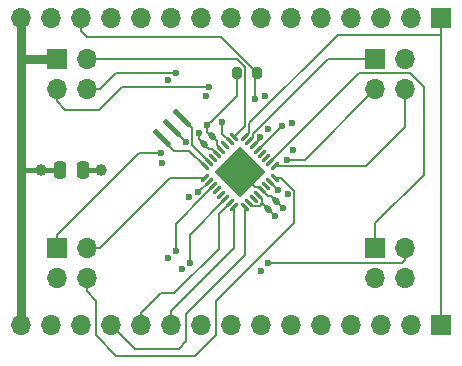
<source format=gtl>
%TF.GenerationSoftware,KiCad,Pcbnew,7.0.9*%
%TF.CreationDate,2023-11-22T14:13:55-05:00*%
%TF.ProjectId,comm_v0p6,636f6d6d-5f76-4307-9036-2e6b69636164,rev?*%
%TF.SameCoordinates,Original*%
%TF.FileFunction,Copper,L1,Top*%
%TF.FilePolarity,Positive*%
%FSLAX46Y46*%
G04 Gerber Fmt 4.6, Leading zero omitted, Abs format (unit mm)*
G04 Created by KiCad (PCBNEW 7.0.9) date 2023-11-22 14:13:55*
%MOMM*%
%LPD*%
G01*
G04 APERTURE LIST*
G04 Aperture macros list*
%AMRoundRect*
0 Rectangle with rounded corners*
0 $1 Rounding radius*
0 $2 $3 $4 $5 $6 $7 $8 $9 X,Y pos of 4 corners*
0 Add a 4 corners polygon primitive as box body*
4,1,4,$2,$3,$4,$5,$6,$7,$8,$9,$2,$3,0*
0 Add four circle primitives for the rounded corners*
1,1,$1+$1,$2,$3*
1,1,$1+$1,$4,$5*
1,1,$1+$1,$6,$7*
1,1,$1+$1,$8,$9*
0 Add four rect primitives between the rounded corners*
20,1,$1+$1,$2,$3,$4,$5,0*
20,1,$1+$1,$4,$5,$6,$7,0*
20,1,$1+$1,$6,$7,$8,$9,0*
20,1,$1+$1,$8,$9,$2,$3,0*%
%AMRotRect*
0 Rectangle, with rotation*
0 The origin of the aperture is its center*
0 $1 length*
0 $2 width*
0 $3 Rotation angle, in degrees counterclockwise*
0 Add horizontal line*
21,1,$1,$2,0,0,$3*%
G04 Aperture macros list end*
%TA.AperFunction,SMDPad,CuDef*%
%ADD10RoundRect,0.250000X-0.250000X-0.475000X0.250000X-0.475000X0.250000X0.475000X-0.250000X0.475000X0*%
%TD*%
%TA.AperFunction,ComponentPad*%
%ADD11R,1.700000X1.700000*%
%TD*%
%TA.AperFunction,ComponentPad*%
%ADD12O,1.700000X1.700000*%
%TD*%
%TA.AperFunction,SMDPad,CuDef*%
%ADD13RoundRect,0.200000X0.200000X0.275000X-0.200000X0.275000X-0.200000X-0.275000X0.200000X-0.275000X0*%
%TD*%
%TA.AperFunction,SMDPad,CuDef*%
%ADD14RoundRect,0.140000X0.021213X-0.219203X0.219203X-0.021213X-0.021213X0.219203X-0.219203X0.021213X0*%
%TD*%
%TA.AperFunction,SMDPad,CuDef*%
%ADD15RoundRect,0.062500X-0.309359X0.220971X0.220971X-0.309359X0.309359X-0.220971X-0.220971X0.309359X0*%
%TD*%
%TA.AperFunction,SMDPad,CuDef*%
%ADD16RoundRect,0.062500X-0.309359X-0.220971X-0.220971X-0.309359X0.309359X0.220971X0.220971X0.309359X0*%
%TD*%
%TA.AperFunction,SMDPad,CuDef*%
%ADD17RotRect,3.100000X3.100000X315.000000*%
%TD*%
%TA.AperFunction,SMDPad,CuDef*%
%ADD18RoundRect,0.140000X-0.021213X0.219203X-0.219203X0.021213X0.021213X-0.219203X0.219203X-0.021213X0*%
%TD*%
%TA.AperFunction,SMDPad,CuDef*%
%ADD19RotRect,0.400000X1.900000X225.000000*%
%TD*%
%TA.AperFunction,ViaPad*%
%ADD20C,0.600000*%
%TD*%
%TA.AperFunction,ViaPad*%
%ADD21C,1.000000*%
%TD*%
%TA.AperFunction,Conductor*%
%ADD22C,0.200000*%
%TD*%
%TA.AperFunction,Conductor*%
%ADD23C,0.800000*%
%TD*%
%TA.AperFunction,Conductor*%
%ADD24C,0.400000*%
%TD*%
G04 APERTURE END LIST*
D10*
%TO.P,C3,1*%
%TO.N,+5V*%
X55529400Y-71628000D03*
%TO.P,C3,2*%
%TO.N,GND*%
X57429400Y-71628000D03*
%TD*%
D11*
%TO.P,J4,1,Pin_1*%
%TO.N,+5V*%
X55230000Y-62230000D03*
D12*
%TO.P,J4,2,Pin_2*%
%TO.N,/B1_CS0*%
X57770000Y-62230000D03*
%TO.P,J4,3,Pin_3*%
%TO.N,/B1_SCK*%
X55230000Y-64770000D03*
%TO.P,J4,4,Pin_4*%
%TO.N,/RESET_DRV0*%
X57770000Y-64770000D03*
%TD*%
D11*
%TO.P,J6,1,Pin_1*%
%TO.N,/B1_MOSI*%
X82230000Y-62230000D03*
D12*
%TO.P,J6,2,Pin_2*%
%TO.N,unconnected-(J6-Pin_2-Pad2)*%
X84770000Y-62230000D03*
%TO.P,J6,3,Pin_3*%
%TO.N,/B1_CS2*%
X82230000Y-64770000D03*
%TO.P,J6,4,Pin_4*%
%TO.N,/RESET_DRV2*%
X84770000Y-64770000D03*
%TD*%
D11*
%TO.P,J5,1,Pin_1*%
%TO.N,/B1_MISO*%
X55230000Y-78230000D03*
D12*
%TO.P,J5,2,Pin_2*%
%TO.N,/B1_CS1*%
X57770000Y-78230000D03*
%TO.P,J5,3,Pin_3*%
%TO.N,unconnected-(J5-Pin_3-Pad3)*%
X55230000Y-80770000D03*
%TO.P,J5,4,Pin_4*%
%TO.N,/RESET_DRV1*%
X57770000Y-80770000D03*
%TD*%
D11*
%TO.P,J7,1,Pin_1*%
%TO.N,/RESET_DRV3*%
X82230000Y-78230000D03*
D12*
%TO.P,J7,2,Pin_2*%
%TO.N,/B1_CS3*%
X84770000Y-78230000D03*
%TO.P,J7,3,Pin_3*%
%TO.N,GND*%
X82230000Y-80770000D03*
%TO.P,J7,4,Pin_4*%
%TO.N,unconnected-(J7-Pin_4-Pad4)*%
X84770000Y-80770000D03*
%TD*%
D13*
%TO.P,R5,1*%
%TO.N,/RESET_MSTR*%
X72161400Y-63347600D03*
%TO.P,R5,2*%
%TO.N,+5V*%
X70511400Y-63347600D03*
%TD*%
D11*
%TO.P,J1,1,Pin_1*%
%TO.N,/EXT_INT0*%
X87780000Y-84700000D03*
D12*
%TO.P,J1,2,Pin_2*%
%TO.N,/B0_CS7*%
X85240000Y-84700000D03*
%TO.P,J1,3,Pin_3*%
%TO.N,/B0_CS6*%
X82700000Y-84700000D03*
%TO.P,J1,4,Pin_4*%
%TO.N,/B0_CS5*%
X80160000Y-84700000D03*
%TO.P,J1,5,Pin_5*%
%TO.N,/B0_CS4*%
X77620000Y-84700000D03*
%TO.P,J1,6,Pin_6*%
%TO.N,/B0_CS3*%
X75080000Y-84700000D03*
%TO.P,J1,7,Pin_7*%
%TO.N,/B0_CS2*%
X72540000Y-84700000D03*
%TO.P,J1,8,Pin_8*%
%TO.N,/B0_CS1*%
X70000000Y-84700000D03*
%TO.P,J1,9,Pin_9*%
%TO.N,/B0_CS0*%
X67460000Y-84700000D03*
%TO.P,J1,10,Pin_10*%
%TO.N,/B0_MISO*%
X64920000Y-84700000D03*
%TO.P,J1,11,Pin_11*%
%TO.N,/B0_MOSI*%
X62380000Y-84700000D03*
%TO.P,J1,12,Pin_12*%
%TO.N,/B0_SCK*%
X59840000Y-84700000D03*
%TO.P,J1,13,Pin_13*%
%TO.N,/RESET_MSTR*%
X57300000Y-84700000D03*
%TO.P,J1,14,Pin_14*%
%TO.N,GND*%
X54760000Y-84700000D03*
%TO.P,J1,15,Pin_15*%
%TO.N,+5V*%
X52220000Y-84700000D03*
%TD*%
D14*
%TO.P,C2,1*%
%TO.N,+5V*%
X73093089Y-74862611D03*
%TO.P,C2,2*%
%TO.N,GND*%
X73771911Y-74183789D03*
%TD*%
D11*
%TO.P,J2,1,Pin_1*%
%TO.N,/EXT_INT0*%
X87780000Y-58750000D03*
D12*
%TO.P,J2,2,Pin_2*%
%TO.N,unconnected-(J2-Pin_2-Pad2)*%
X85240000Y-58750000D03*
%TO.P,J2,3,Pin_3*%
%TO.N,/B0_CS7*%
X82700000Y-58750000D03*
%TO.P,J2,4,Pin_4*%
%TO.N,/B0_CS6*%
X80160000Y-58750000D03*
%TO.P,J2,5,Pin_5*%
%TO.N,/B0_CS5*%
X77620000Y-58750000D03*
%TO.P,J2,6,Pin_6*%
%TO.N,/B0_CS4*%
X75080000Y-58750000D03*
%TO.P,J2,7,Pin_7*%
%TO.N,/B0_CS3*%
X72540000Y-58750000D03*
%TO.P,J2,8,Pin_8*%
%TO.N,/B0_CS2*%
X70000000Y-58750000D03*
%TO.P,J2,9,Pin_9*%
%TO.N,/B0_CS1*%
X67460000Y-58750000D03*
%TO.P,J2,10,Pin_10*%
%TO.N,/B0_MISO*%
X64920000Y-58750000D03*
%TO.P,J2,11,Pin_11*%
%TO.N,/B0_MOSI*%
X62380000Y-58750000D03*
%TO.P,J2,12,Pin_12*%
%TO.N,/B0_SCK*%
X59840000Y-58750000D03*
%TO.P,J2,13,Pin_13*%
%TO.N,/RESET_MSTR*%
X57300000Y-58750000D03*
%TO.P,J2,14,Pin_14*%
%TO.N,GND*%
X54760000Y-58750000D03*
%TO.P,J2,15,Pin_15*%
%TO.N,+5V*%
X52220000Y-58750000D03*
%TD*%
D15*
%TO.P,U1,1,PD3*%
%TO.N,/B1_CS0*%
X70235764Y-68811090D03*
%TO.P,U1,2,PD4*%
%TO.N,/B1_SCK*%
X69882211Y-69164644D03*
%TO.P,U1,3,PE0*%
%TO.N,unconnected-(U1-PE0-Pad3)*%
X69528657Y-69518197D03*
%TO.P,U1,4,VCC*%
%TO.N,+5V*%
X69175104Y-69871751D03*
%TO.P,U1,5,GND*%
%TO.N,GND*%
X68821551Y-70225304D03*
%TO.P,U1,6,PE1*%
%TO.N,unconnected-(U1-PE1-Pad6)*%
X68467997Y-70578857D03*
%TO.P,U1,7,XTAL1/PB6*%
%TO.N,/XTAL1*%
X68114444Y-70932411D03*
%TO.P,U1,8,XTAL2/PB7*%
%TO.N,/XTAL2*%
X67760890Y-71285964D03*
D16*
%TO.P,U1,9,PD5*%
%TO.N,/B1_CS1*%
X67760890Y-72258236D03*
%TO.P,U1,10,PD6*%
%TO.N,/B1_CS2*%
X68114444Y-72611789D03*
%TO.P,U1,11,PD7*%
%TO.N,/B1_CS3*%
X68467997Y-72965343D03*
%TO.P,U1,12,PB0*%
%TO.N,unconnected-(U1-PB0-Pad12)*%
X68821551Y-73318896D03*
%TO.P,U1,13,PB1*%
%TO.N,unconnected-(U1-PB1-Pad13)*%
X69175104Y-73672449D03*
%TO.P,U1,14,PB2*%
%TO.N,/B0_CS0*%
X69528657Y-74026003D03*
%TO.P,U1,15,PB3*%
%TO.N,/B0_MOSI*%
X69882211Y-74379556D03*
%TO.P,U1,16,PB4*%
%TO.N,/B0_MISO*%
X70235764Y-74733110D03*
D15*
%TO.P,U1,17,PB5*%
%TO.N,/B0_SCK*%
X71208036Y-74733110D03*
%TO.P,U1,18,AVCC*%
%TO.N,+5V*%
X71561589Y-74379556D03*
%TO.P,U1,19,PE2*%
%TO.N,unconnected-(U1-PE2-Pad19)*%
X71915143Y-74026003D03*
%TO.P,U1,20,AREF*%
%TO.N,+5V*%
X72268696Y-73672449D03*
%TO.P,U1,21,GND*%
%TO.N,GND*%
X72622249Y-73318896D03*
%TO.P,U1,22,PE3*%
%TO.N,unconnected-(U1-PE3-Pad22)*%
X72975803Y-72965343D03*
%TO.P,U1,23,PC0*%
%TO.N,/RESET_DRV0*%
X73329356Y-72611789D03*
%TO.P,U1,24,PC1*%
%TO.N,/RESET_DRV1*%
X73682910Y-72258236D03*
D16*
%TO.P,U1,25,PC2*%
%TO.N,/RESET_DRV2*%
X73682910Y-71285964D03*
%TO.P,U1,26,PC3*%
%TO.N,/RESET_DRV3*%
X73329356Y-70932411D03*
%TO.P,U1,27,PC4*%
%TO.N,unconnected-(U1-PC4-Pad27)*%
X72975803Y-70578857D03*
%TO.P,U1,28,PC5*%
%TO.N,unconnected-(U1-PC5-Pad28)*%
X72622249Y-70225304D03*
%TO.P,U1,29,~{RESET}/PC6*%
%TO.N,/RESET_MSTR*%
X72268696Y-69871751D03*
%TO.P,U1,30,PD0*%
%TO.N,/B1_MISO*%
X71915143Y-69518197D03*
%TO.P,U1,31,PD1*%
%TO.N,/B1_MOSI*%
X71561589Y-69164644D03*
%TO.P,U1,32,PD2*%
%TO.N,/EXT_INT0*%
X71208036Y-68811090D03*
D17*
%TO.P,U1,33,GND*%
%TO.N,GND*%
X70721900Y-71772100D03*
%TD*%
D18*
%TO.P,C1,1*%
%TO.N,+5V*%
X68391911Y-68724389D03*
%TO.P,C1,2*%
%TO.N,GND*%
X67713089Y-69403211D03*
%TD*%
D19*
%TO.P,Y1,1,1*%
%TO.N,/XTAL1*%
X65818328Y-67167172D03*
%TO.P,Y1,2,2*%
%TO.N,GND*%
X64969800Y-68015700D03*
%TO.P,Y1,3,3*%
%TO.N,/XTAL2*%
X64121272Y-68864228D03*
%TD*%
D20*
%TO.N,+5V*%
X67995800Y-67808700D03*
D21*
X53924200Y-71628000D03*
D20*
X73710800Y-75514200D03*
%TO.N,/B0_CS0*%
X66497200Y-79451200D03*
%TO.N,/B1_CS2*%
X67173537Y-73488410D03*
X74761800Y-70731500D03*
%TO.N,/B1_CS3*%
X73126600Y-79502000D03*
X65303400Y-78486000D03*
%TO.N,/B1_MISO*%
X72446600Y-68779500D03*
X64055100Y-70131200D03*
%TO.N,/B1_SCK*%
X68148200Y-64566800D03*
X69231300Y-67520500D03*
%TO.N,/RESET_DRV0*%
X65328800Y-63398400D03*
X73985900Y-73268300D03*
%TO.N,/RESET_MSTR*%
X72062400Y-65557400D03*
X74345800Y-67843400D03*
%TO.N,GND*%
X72898000Y-65354200D03*
X64643000Y-79070200D03*
X74786900Y-73609200D03*
X72542400Y-80137000D03*
X67843400Y-65354200D03*
X64643000Y-64008000D03*
X74396600Y-74803000D03*
X64185800Y-71018400D03*
D21*
X58978800Y-71628000D03*
D20*
X75260200Y-69926200D03*
X65862200Y-80010000D03*
X66446400Y-73914000D03*
X75189144Y-67609656D03*
X66167000Y-69215000D03*
X73098294Y-68160406D03*
X67310000Y-68478400D03*
%TD*%
D22*
%TO.N,+5V*%
X72268700Y-73672400D02*
X72644000Y-74047800D01*
X68391900Y-68724400D02*
X68783200Y-69115700D01*
D23*
X52220000Y-58750000D02*
X52220000Y-84700000D01*
D22*
X68368800Y-68724400D02*
X68391900Y-68724400D01*
X67995800Y-67808700D02*
X67995800Y-68351400D01*
X68253700Y-67550800D02*
X68288400Y-67550800D01*
X72644000Y-74047800D02*
X72644000Y-74413500D01*
X68783200Y-69115700D02*
X68783200Y-69494400D01*
X67995800Y-67808700D02*
X68253700Y-67550800D01*
X68288400Y-67550800D02*
X70511400Y-65327800D01*
X71561600Y-74379600D02*
X71829900Y-74647900D01*
X72644000Y-74413500D02*
X72652500Y-74422000D01*
X67995800Y-68351400D02*
X68368800Y-68724400D01*
D23*
X55230000Y-62230000D02*
X52220000Y-62230000D01*
D22*
X68783200Y-69494400D02*
X69160600Y-69871800D01*
X72426600Y-74647900D02*
X72652500Y-74422000D01*
X73093100Y-74896500D02*
X73093100Y-74862600D01*
X71829900Y-74647900D02*
X72426600Y-74647900D01*
X69160600Y-69871800D02*
X69175100Y-69871800D01*
D24*
X53924200Y-71628000D02*
X52423200Y-71628000D01*
D22*
X70511400Y-65327800D02*
X70511400Y-63347600D01*
D24*
X55529400Y-71628000D02*
X53924200Y-71628000D01*
D22*
X73710800Y-75514200D02*
X73093100Y-74896500D01*
X72652500Y-74422000D02*
X73093100Y-74862600D01*
%TO.N,/B0_CS0*%
X66497200Y-79451200D02*
X66497200Y-77057500D01*
X66497200Y-77057500D02*
X69528700Y-74026000D01*
%TO.N,/B0_MISO*%
X64920000Y-83543000D02*
X70235800Y-78227200D01*
X70235800Y-78227200D02*
X70235800Y-74733100D01*
X64920000Y-84700000D02*
X64920000Y-83543000D01*
X65151000Y-84469000D02*
X64920000Y-84700000D01*
%TO.N,/B0_MOSI*%
X64058800Y-82016600D02*
X65201800Y-82016600D01*
X62380000Y-84700000D02*
X62391400Y-84700000D01*
X62380000Y-83695400D02*
X64058800Y-82016600D01*
X68961000Y-78257400D02*
X68961000Y-75300767D01*
X69882200Y-74379600D02*
X69566700Y-74695100D01*
X65201800Y-82016600D02*
X68961000Y-78257400D01*
X62380000Y-84700000D02*
X62380000Y-83695400D01*
X68961000Y-75300767D02*
X69882211Y-74379556D01*
%TO.N,/B0_SCK*%
X61881000Y-86741000D02*
X65557400Y-86741000D01*
X59840000Y-84700000D02*
X61881000Y-86741000D01*
X65557400Y-86741000D02*
X66190000Y-86108400D01*
X66190000Y-86108400D02*
X66190000Y-83797000D01*
X66190000Y-83797000D02*
X71208000Y-78779000D01*
X71208000Y-78779000D02*
X71208000Y-74733100D01*
%TO.N,/B1_CS0*%
X58870100Y-62230000D02*
X70533500Y-62230000D01*
X70533500Y-62230000D02*
X71191800Y-62888300D01*
X71191800Y-67855100D02*
X70235800Y-68811100D01*
X57770000Y-62230000D02*
X58870100Y-62230000D01*
X71191800Y-62888300D02*
X71191800Y-67855100D01*
%TO.N,/B1_CS1*%
X58870100Y-78230000D02*
X64841900Y-72258200D01*
X57770000Y-78230000D02*
X58870100Y-78230000D01*
X64841900Y-72258200D02*
X67760900Y-72258200D01*
%TO.N,/B1_CS2*%
X68114400Y-72611800D02*
X67237790Y-73488410D01*
X82219800Y-64770000D02*
X76258300Y-70731500D01*
X82230000Y-64770000D02*
X82219800Y-64770000D01*
X76258300Y-70731500D02*
X74761800Y-70731500D01*
X67237790Y-73488410D02*
X67173537Y-73488410D01*
%TO.N,/B1_CS3*%
X67723537Y-73716228D02*
X67723537Y-73709763D01*
X67723537Y-73709763D02*
X68468000Y-72965300D01*
X84505800Y-79502000D02*
X84770000Y-79237800D01*
X73126600Y-79502000D02*
X84505800Y-79502000D01*
X65303400Y-76136365D02*
X67723537Y-73716228D01*
X65303400Y-78486000D02*
X65303400Y-76136365D01*
X84770000Y-79237800D02*
X84770000Y-78230000D01*
%TO.N,/B1_MISO*%
X62228200Y-70131200D02*
X55230000Y-77129400D01*
X64055100Y-70131200D02*
X62228200Y-70131200D01*
X71915100Y-69518200D02*
X72446600Y-68986700D01*
X72446600Y-68986700D02*
X72446600Y-68779500D01*
X55230000Y-77129400D02*
X55230000Y-78230000D01*
%TO.N,/B1_MOSI*%
X82230000Y-62230000D02*
X81129900Y-62230000D01*
X71561600Y-69164600D02*
X71896500Y-68829700D01*
X78183200Y-62230000D02*
X81129900Y-62230000D01*
X71896500Y-68829700D02*
X71896500Y-68516700D01*
X71896500Y-68516700D02*
X78183200Y-62230000D01*
%TO.N,/B1_SCK*%
X58826400Y-66522600D02*
X55981600Y-66522600D01*
X68148200Y-64566800D02*
X68139400Y-64558000D01*
X55981600Y-66522600D02*
X55230000Y-65771000D01*
X69231300Y-68513700D02*
X69882200Y-69164600D01*
X60791000Y-64558000D02*
X58826400Y-66522600D01*
X69231300Y-67520500D02*
X69231300Y-68513700D01*
X55230000Y-65771000D02*
X55230000Y-64770000D01*
X68139400Y-64558000D02*
X60791000Y-64558000D01*
%TO.N,/EXT_INT0*%
X87780000Y-60147200D02*
X87780000Y-59946400D01*
X87780000Y-59946400D02*
X87780000Y-58750000D01*
X71546500Y-68458300D02*
X71546500Y-67652850D01*
X71208036Y-68811090D02*
X71208036Y-68796764D01*
X71208036Y-68796764D02*
X71546500Y-68458300D01*
X71546500Y-67652850D02*
X79052150Y-60147200D01*
X87780000Y-84700000D02*
X87780000Y-60147200D01*
X79052150Y-60147200D02*
X87780000Y-60147200D01*
X87780000Y-58750000D02*
X87652800Y-58877200D01*
%TO.N,/RESET_DRV0*%
X58877200Y-64770000D02*
X57770000Y-64770000D01*
X65328800Y-63398400D02*
X60248800Y-63398400D01*
X73329400Y-72611800D02*
X73985900Y-73268300D01*
X60248800Y-63398400D02*
X58877200Y-64770000D01*
%TO.N,/RESET_DRV1*%
X75336900Y-76097900D02*
X68730000Y-82704800D01*
X74213718Y-72258200D02*
X75336900Y-73381382D01*
X58547900Y-85598900D02*
X58547900Y-82648000D01*
X58547900Y-82648000D02*
X57770000Y-81870100D01*
X68730000Y-82704800D02*
X68730000Y-85600400D01*
X68730000Y-85600400D02*
X66979800Y-87350600D01*
X66979800Y-87350600D02*
X60299600Y-87350600D01*
X57770000Y-81870100D02*
X57770000Y-80770000D01*
X60299600Y-87350600D02*
X58547900Y-85598900D01*
X73682900Y-72258200D02*
X74213718Y-72258200D01*
X75336900Y-73381382D02*
X75336900Y-76097900D01*
%TO.N,/RESET_DRV2*%
X84770000Y-64770000D02*
X84770000Y-67960200D01*
X81444200Y-71286000D02*
X73682900Y-71286000D01*
X84770000Y-67960200D02*
X81444200Y-71286000D01*
%TO.N,/RESET_DRV3*%
X85191600Y-63423800D02*
X80838000Y-63423800D01*
X86309200Y-64541400D02*
X85191600Y-63423800D01*
X80838000Y-63423800D02*
X73329400Y-70932400D01*
X86309200Y-72009000D02*
X86309200Y-64541400D01*
X82230000Y-76088200D02*
X86309200Y-72009000D01*
X82230000Y-78230000D02*
X82230000Y-76088200D01*
%TO.N,/RESET_MSTR*%
X57300000Y-58750000D02*
X57300000Y-59865400D01*
X72062400Y-63446600D02*
X72161400Y-63347600D01*
X57785000Y-60350400D02*
X69164200Y-60350400D01*
X69164200Y-60350400D02*
X72161400Y-63347600D01*
X74297100Y-67843400D02*
X72268700Y-69871800D01*
X72062400Y-65557400D02*
X72062400Y-63446600D01*
X57300000Y-59865400D02*
X57785000Y-60350400D01*
X74345800Y-67843400D02*
X74297100Y-67843400D01*
%TO.N,/XTAL1*%
X68114400Y-70932400D02*
X66700400Y-69518400D01*
X66700400Y-69518400D02*
X66700400Y-69459418D01*
X66700400Y-68970582D02*
X66700400Y-68049300D01*
X66717000Y-68987182D02*
X66700400Y-68970582D01*
X66700400Y-68049300D02*
X65818300Y-67167200D01*
X66700400Y-69459418D02*
X66717000Y-69442818D01*
X66717000Y-69442818D02*
X66717000Y-68987182D01*
%TO.N,/XTAL2*%
X66426500Y-69951600D02*
X67760900Y-71286000D01*
X64121300Y-68864200D02*
X65208600Y-69951600D01*
X65208600Y-69951600D02*
X66426500Y-69951600D01*
%TO.N,GND*%
X72633100Y-73318900D02*
X73126600Y-73812400D01*
X73400500Y-73812400D02*
X73771900Y-74183800D01*
X68402200Y-69824600D02*
X68097400Y-69824600D01*
X66167000Y-69215000D02*
X64969800Y-68017800D01*
X68821600Y-70225300D02*
X68802900Y-70225300D01*
X72622200Y-73318900D02*
X72348200Y-73044900D01*
X67310000Y-69011800D02*
X67701400Y-69403200D01*
X68097400Y-69824600D02*
X67713100Y-69440300D01*
X67701400Y-69403200D02*
X67713100Y-69403200D01*
X72622200Y-73318900D02*
X72633100Y-73318900D01*
X68802900Y-70225300D02*
X68402200Y-69824600D01*
D24*
X57429400Y-71628000D02*
X58978800Y-71628000D01*
D22*
X67310000Y-68478400D02*
X67310000Y-69011800D01*
X73777400Y-74183800D02*
X74396600Y-74803000D01*
X70721900Y-71772100D02*
X71994800Y-73044900D01*
X72348200Y-73044900D02*
X71994800Y-73044900D01*
X67713100Y-69440300D02*
X67713100Y-69403200D01*
X64969800Y-68017800D02*
X64969800Y-68015700D01*
X73771900Y-74183800D02*
X73777400Y-74183800D01*
X73126600Y-73812400D02*
X73400500Y-73812400D01*
%TD*%
M02*

</source>
